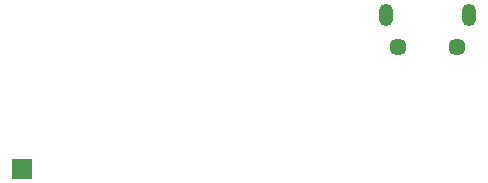
<source format=gbr>
%TF.GenerationSoftware,KiCad,Pcbnew,8.0.6*%
%TF.CreationDate,2025-05-11T15:10:04-04:00*%
%TF.ProjectId,logicprobetool,6c6f6769-6370-4726-9f62-65746f6f6c2e,rev?*%
%TF.SameCoordinates,Original*%
%TF.FileFunction,Soldermask,Bot*%
%TF.FilePolarity,Negative*%
%FSLAX46Y46*%
G04 Gerber Fmt 4.6, Leading zero omitted, Abs format (unit mm)*
G04 Created by KiCad (PCBNEW 8.0.6) date 2025-05-11 15:10:04*
%MOMM*%
%LPD*%
G01*
G04 APERTURE LIST*
%ADD10O,1.200000X1.900000*%
%ADD11C,1.450000*%
%ADD12R,1.700000X1.700000*%
G04 APERTURE END LIST*
D10*
%TO.C,J1*%
X82256000Y-27254200D03*
D11*
X81256000Y-29954200D03*
X76256000Y-29954200D03*
D10*
X75256000Y-27254200D03*
%TD*%
D12*
%TO.C,J2*%
X44373800Y-40259000D03*
%TD*%
M02*

</source>
